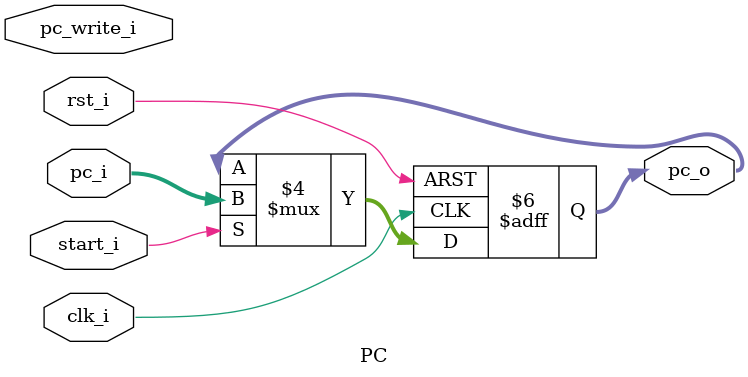
<source format=v>
module PC
(
    clk_i,
    rst_i,
    start_i,
    pc_write_i,
    pc_i,
    pc_o
);

// Ports
input               clk_i;
input               rst_i;
input               start_i;
input               pc_write_i;
input   [31:0]      pc_i;
output  [31:0]      pc_o;

// Wires & Registers
reg     [31:0]      pc_o;


always@(posedge clk_i or negedge rst_i) begin
    if(~rst_i) begin
        pc_o <= 32'b0;
    end
    else begin
        if(start_i /* && pc_write_i*/)
                pc_o <= pc_i;
        else
            pc_o <= pc_o;
    end
end

endmodule

</source>
